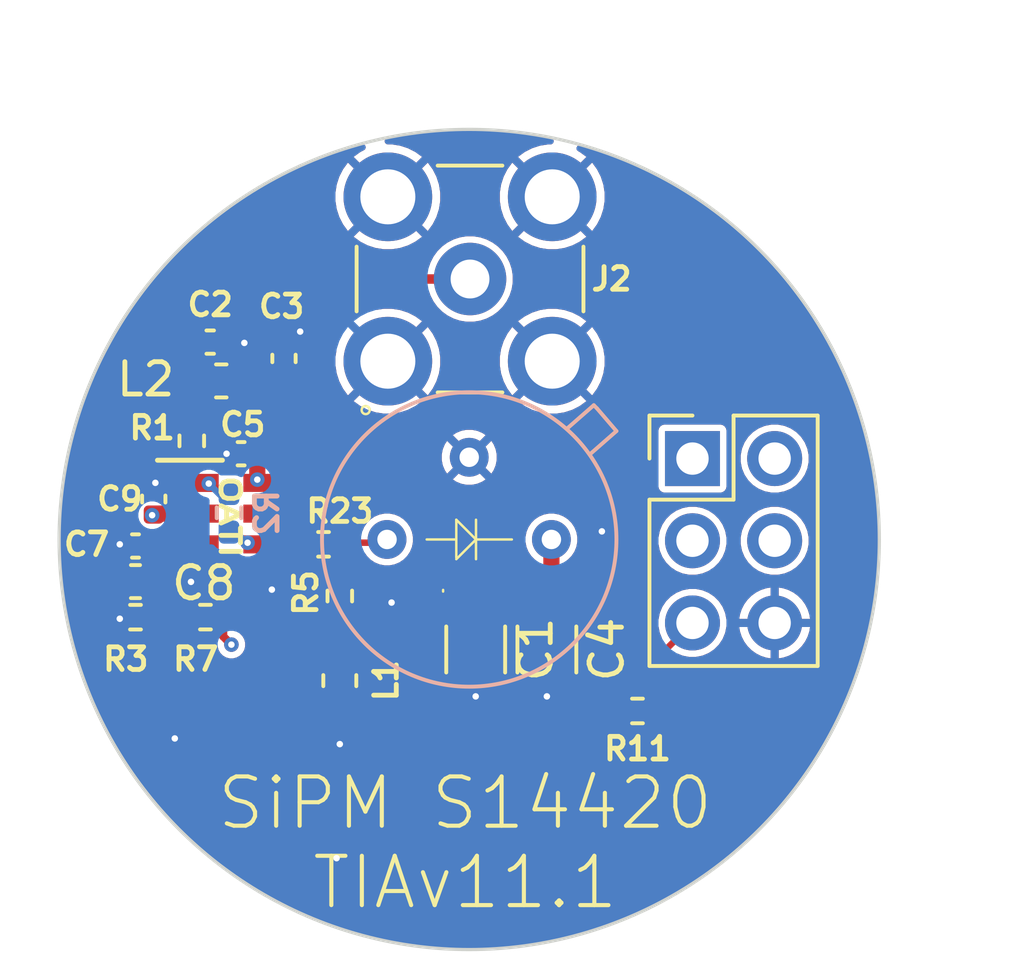
<source format=kicad_pcb>
(kicad_pcb (version 20241229) (generator "pcbnew") (generator_version "9.0")
  (layers (0 "F.Cu" signal) (4 "In1.Cu" signal "GND") (6 "In2.Cu" signal "PWR") (2 "B.Cu" signal) (13 "F.Paste" user) (15 "B.Paste" user) (5 "F.SilkS" user "F.Silkscreen") (7 "B.SilkS" user "B.Silkscreen") (1 "F.Mask" user) (3 "B.Mask" user) (25 "Edge.Cuts" user))
  (net 0 "")
  (net 1 "GND")
  (net 2 "/VBiasFilt")
  (net 3 "Net-(C2-Pad1)")
  (net 4 "VDDA")
  (net 5 "VSSA")
  (net 6 "/OUT")
  (net 7 "Net-(L1-Pad1)")
  (net 8 "Net-(J2-In)")
  (net 9 "+VDC")
  (net 10 "Net-(U1-+)")
  (net 11 "LINE")
  (net 12 "Net-(D1-A)")
  (net 13 "+5V")
  (net 14 "Net-(U1--)")
  (footprint "Capacitor_SMD:C_1206_3216Metric_Pad1.33x1.80mm_HandSolder" (layer "F.Cu") (at 200.2 103.4 -90)
    (property "Reference" "C1" (at 0 -1.85 270) (layer "F.SilkS"))
    (property "Value" "2.2u")
    (fp_line (start -0.711252 0.91) (end 0.711252 0.91) (stroke (width 0.12)) (layer "F.SilkS"))
    (fp_line (start -0.711252 -0.91) (end 0.711252 -0.91) (stroke (width 0.12)) (layer "F.SilkS"))
    (pad "1" smd roundrect (at -1.5625 0 270) (size 1.325 1.8) (layers "F.Cu" "F.Mask" "F.Paste") (roundrect_rratio 0.188679) (net 2 "/VBiasFilt"))
    (pad "2" smd roundrect (at 1.5625 0 270) (size 1.325 1.8) (layers "F.Cu" "F.Mask" "F.Paste") (roundrect_rratio 0.188679) (net 1 "GND"))
  )
  (footprint "Capacitor_SMD:C_0402_1005Metric" (layer "F.Cu") (at 189.6854 100.2018 180)
    (property "Reference" "C7" (at 1.5104 0.0518 0) (layer "F.SilkS") (effects (font (size 0.7 0.7))))
    (property "Value" "1u" (hide yes))
    (fp_line (start -0.107836 0.36) (end 0.107836 0.36) (stroke (width 0.12)) (layer "F.SilkS"))
    (fp_line (start -0.107836 -0.36) (end 0.107836 -0.36) (stroke (width 0.12)) (layer "F.SilkS"))
    (pad "1" smd roundrect (at -0.48 0 180) (size 0.56 0.62) (layers "F.Cu" "F.Mask" "F.Paste") (net 10 "Net-(U1-+)"))
    (pad "2" smd roundrect (at 0.48 0 180) (size 0.56 0.62) (layers "F.Cu" "F.Mask" "F.Paste") (net 1 "GND"))
  )
  (footprint "Capacitor_SMD:C_0402_1005Metric" (layer "F.Cu") (at 192.95 97.35 180)
    (property "Reference" "C5" (at -0.05 0.9 180) (layer "F.SilkS") (effects (font (size 0.7 0.7))))
    (property "Value" "1u" (hide yes))
    (fp_line (start -0.107836 0.36) (end 0.107836 0.36) (stroke (width 0.12)) (layer "F.SilkS"))
    (fp_line (start -0.107836 -0.36) (end 0.107836 -0.36) (stroke (width 0.12)) (layer "F.SilkS"))
    (pad "1" smd roundrect (at -0.48 0 180) (size 0.56 0.62) (layers "F.Cu" "F.Mask" "F.Paste") (net 4 "VDDA"))
    (pad "2" smd roundrect (at 0.48 0 180) (size 0.56 0.62) (layers "F.Cu" "F.Mask" "F.Paste") (net 1 "GND"))
  )
  (footprint "Capacitor_SMD:C_0603_1608Metric" (layer "F.Cu") (at 189.6854 101.3018 180)
    (property "Reference" "C8" (at -2.1146 -0.0482 180) (layer "F.SilkS"))
    (property "Value" "22u")
    (fp_line (start -0.14058 0.51) (end 0.14058 0.51) (stroke (width 0.12)) (layer "F.SilkS"))
    (fp_line (start -0.14058 -0.51) (end 0.14058 -0.51) (stroke (width 0.12)) (layer "F.SilkS"))
    (pad "1" smd roundrect (at -0.775 0 180) (size 0.9 0.95) (layers "F.Cu" "F.Mask" "F.Paste") (net 10 "Net-(U1-+)"))
    (pad "2" smd roundrect (at 0.775 0 180) (size 0.9 0.95) (layers "F.Cu" "F.Mask" "F.Paste") (net 1 "GND"))
  )
  (footprint "Resistor_SMD:R_0402_1005Metric_Pad0.72x0.64mm_HandSolder" (layer "F.Cu") (at 189.6854 102.4018)
    (property "Reference" "R3" (at -0.3 1.3 0) (layer "F.SilkS") (effects (font (size 0.7 0.7))))
    (property "Value" "68")
    (fp_line (start -0.167621 -0.38) (end 0.167621 -0.38) (stroke (width 0.12)) (layer "F.SilkS"))
    (fp_line (start -0.167621 0.38) (end 0.167621 0.38) (stroke (width 0.12)) (layer "F.SilkS"))
    (pad "1" smd roundrect (at -0.5975 0) (size 0.715 0.64) (layers "F.Cu" "F.Mask" "F.Paste") (net 1 "GND"))
    (pad "2" smd roundrect (at 0.5975 0) (size 0.715 0.64) (layers "F.Cu" "F.Mask" "F.Paste") (net 10 "Net-(U1-+)"))
  )
  (footprint "Resistor_SMD:R_0402_1005Metric_Pad0.72x0.64mm_HandSolder" (layer "F.Cu") (at 205.2 105.3 180)
    (property "Reference" "R11" (at 0 -1.17 180) (layer "F.SilkS") (effects (font (size 0.7 0.7))))
    (property "Value" "10")
    (fp_line (start -0.167621 0.38) (end 0.167621 0.38) (stroke (width 0.12)) (layer "F.SilkS"))
    (fp_line (start -0.167621 -0.38) (end 0.167621 -0.38) (stroke (width 0.12)) (layer "F.SilkS"))
    (pad "1" smd roundrect (at -0.5975 0 180) (size 0.715 0.64) (layers "F.Cu" "F.Mask" "F.Paste") (net 9 "+VDC"))
    (pad "2" smd roundrect (at 0.5975 0 180) (size 0.715 0.64) (layers "F.Cu" "F.Mask" "F.Paste") (net 2 "/VBiasFilt"))
  )
  (footprint "footprints:PinHeader_2x03_P2.54mm_Vertical" (layer "F.Cu") (at 206.9 97.5)
    (property "Reference" "J1" (hide yes))
    (property "Value" "SSQ-103-01-G-D" (hide yes))
    (fp_line (start -1.33 -1.33) (end 0 -1.33) (stroke (width 0.12)) (layer "F.SilkS"))
    (fp_line (start -1.33 0) (end -1.33 -1.33) (stroke (width 0.12)) (layer "F.SilkS"))
    (fp_line (start -1.33 1.27) (end -1.33 6.41) (stroke (width 0.12)) (layer "F.SilkS"))
    (fp_line (start -1.33 1.27) (end 1.27 1.27) (stroke (width 0.12)) (layer "F.SilkS"))
    (fp_line (start -1.33 6.41) (end 3.87 6.41) (stroke (width 0.12)) (layer "F.SilkS"))
    (fp_line (start 1.27 -1.33) (end 3.87 -1.33) (stroke (width 0.12)) (layer "F.SilkS"))
    (fp_line (start 1.27 1.27) (end 1.27 -1.33) (stroke (width 0.12)) (layer "F.SilkS"))
    (fp_line (start 3.87 -1.33) (end 3.87 6.41) (stroke (width 0.12)) (layer "F.SilkS"))
    (pad "1" thru_hole rect (at 0 0) (size 1.7 1.7) (drill 1) (layers "*.Cu" "*.Mask") (net 13 "+5V"))
    (pad "2" thru_hole oval (at 2.54 0) (size 1.7 1.7) (drill 1) (layers "*.Cu" "*.Mask") (net 5 "VSSA"))
    (pad "3" thru_hole oval (at 0 2.54) (size 1.7 1.7) (drill 1) (layers "*.Cu" "*.Mask") (net 4 "VDDA"))
    (pad "4" thru_hole oval (at 2.54 2.54) (size 1.7 1.7) (drill 1) (layers "*.Cu" "*.Mask") (net 11 "LINE"))
    (pad "5" thru_hole oval (at 0 5.08) (size 1.7 1.7) (drill 1) (layers "*.Cu" "*.Mask") (net 9 "+VDC"))
    (pad "6" thru_hole oval (at 2.54 5.08) (size 1.7 1.7) (drill 1) (layers "*.Cu" "*.Mask") (net 1 "GND"))
  )
  (footprint "Resistor_SMD:R_0402_1005Metric_Pad0.72x0.64mm_HandSolder" (layer "F.Cu") (at 195.4975 100.15 180)
    (property "Reference" "R23" (at -0.5025 1.025 180) (layer "F.SilkS") (effects (font (size 0.7 0.7))))
    (property "Value" "33")
    (fp_line (start -0.167621 0.38) (end 0.167621 0.38) (stroke (width 0.12)) (layer "F.SilkS"))
    (fp_line (start -0.167621 -0.38) (end 0.167621 -0.38) (stroke (width 0.12)) (layer "F.SilkS"))
    (pad "1" smd roundrect (at -0.5975 0 180) (size 0.715 0.64) (layers "F.Cu" "F.Mask" "F.Paste") (net 12 "Net-(D1-A)"))
    (pad "2" smd roundrect (at 0.5975 0 180) (size 0.715 0.64) (layers "F.Cu" "F.Mask" "F.Paste") (net 14 "Net-(U1--)"))
  )
  (footprint "Inductor_SMD:L_0603_1608Metric_Pad1.05x0.95mm_HandSolder" (layer "F.Cu") (at 196 104.3625 -90)
    (property "Reference" "L1" (at 0 -1.43 270) (layer "F.SilkS") (effects (font (size 0.7 0.7))))
    (property "Value" "0.10uH")
    (fp_line (start -0.171267 0.51) (end 0.171267 0.51) (stroke (width 0.12)) (layer "F.SilkS"))
    (fp_line (start -0.171267 -0.51) (end 0.171267 -0.51) (stroke (width 0.12)) (layer "F.SilkS"))
    (pad "1" smd roundrect (at -0.875 0 270) (size 1.05 0.95) (layers "F.Cu" "F.Mask" "F.Paste") (net 7 "Net-(L1-Pad1)"))
    (pad "2" smd roundrect (at 0.875 0 270) (size 1.05 0.95) (layers "F.Cu" "F.Mask" "F.Paste") (net 1 "GND"))
  )
  (footprint "Resistor_SMD:R_0402_1005Metric_Pad0.72x0.64mm_HandSolder" (layer "F.Cu") (at 191.425 96.9525 90)
    (property "Reference" "R1" (at 0.4025 -1.225 0) (layer "F.SilkS") (effects (font (size 0.7 0.7))))
    (property "Value" "50")
    (fp_line (start -0.167621 -0.38) (end 0.167621 -0.38) (stroke (width 0.12)) (layer "F.SilkS"))
    (fp_line (start -0.167621 0.38) (end 0.167621 0.38) (stroke (width 0.12)) (layer "F.SilkS"))
    (pad "1" smd roundrect (at -0.5975 0 90) (size 0.715 0.64) (layers "F.Cu" "F.Mask" "F.Paste") (net 6 "/OUT"))
    (pad "2" smd roundrect (at 0.5975 0 90) (size 0.715 0.64) (layers "F.Cu" "F.Mask" "F.Paste") (net 3 "Net-(C2-Pad1)"))
  )
  (footprint "Capacitor_SMD:C_0402_1005Metric" (layer "F.Cu") (at 190.25 98.75 90)
    (property "Reference" "C9" (at 0 -1.05 0) (layer "F.SilkS") (effects (font (size 0.7 0.7))))
    (property "Value" "1u" (hide yes))
    (fp_line (start -0.107836 -0.36) (end 0.107836 -0.36) (stroke (width 0.12)) (layer "F.SilkS"))
    (fp_line (start -0.107836 0.36) (end 0.107836 0.36) (stroke (width 0.12)) (layer "F.SilkS"))
    (pad "1" smd roundrect (at -0.48 0 90) (size 0.56 0.62) (layers "F.Cu" "F.Mask" "F.Paste") (net 5 "VSSA"))
    (pad "2" smd roundrect (at 0.48 0 90) (size 0.56 0.62) (layers "F.Cu" "F.Mask" "F.Paste") (net 1 "GND"))
  )
  (footprint "Resistor_SMD:R_0402_1005Metric_Pad0.72x0.64mm_HandSolder" (layer "F.Cu") (at 196 101.7475 90)
    (property "Reference" "R5" (at 0.0975 -1.05 90) (layer "F.SilkS") (effects (font (size 0.7 0.7))))
    (property "Value" "3.3")
    (fp_line (start -0.167621 -0.38) (end 0.167621 -0.38) (stroke (width 0.12)) (layer "F.SilkS"))
    (fp_line (start -0.167621 0.38) (end 0.167621 0.38) (stroke (width 0.12)) (layer "F.SilkS"))
    (pad "1" smd roundrect (at -0.5975 0 90) (size 0.715 0.64) (layers "F.Cu" "F.Mask" "F.Paste") (net 7 "Net-(L1-Pad1)"))
    (pad "2" smd roundrect (at 0.5975 0 90) (size 0.715 0.64) (layers "F.Cu" "F.Mask" "F.Paste") (net 12 "Net-(D1-A)"))
  )
  (footprint "footprints:OPA847IDBVT" (layer "F.Cu") (at 192.6384 99.2018)
    (property "Reference" "U1" (hide yes))
    (property "Value" "OPA847IDBVT" (hide yes))
    (fp_line (start -0.2667 -1.651) (end -2.2733 -1.651) (stroke (width 0.1524)) (layer "F.SilkS"))
    (fp_text user "OATI" (at -0.0384 0.1 270) (layer "F.SilkS") (effects (font (size 0.6 0.8))))
    (pad "1" smd rect (at -1.1176 -0.950001) (size 1.4732 0.5588) (layers "F.Cu" "F.Mask" "F.Paste") (net 6 "/OUT"))
    (pad "2" smd rect (at -1.1176 0) (size 1.4732 0.5588) (layers "F.Cu" "F.Mask" "F.Paste") (net 5 "VSSA"))
    (pad "3" smd rect (at -1.1176 0.950001) (size 1.4732 0.5588) (layers "F.Cu" "F.Mask" "F.Paste") (net 10 "Net-(U1-+)"))
    (pad "4" smd rect (at 1.1176 0.950001) (size 1.4732 0.5588) (layers "F.Cu" "F.Mask" "F.Paste") (net 14 "Net-(U1--)"))
    (pad "5" smd rect (at 1.1176 0) (size 1.4732 0.5588) (layers "F.Cu" "F.Mask" "F.Paste"))
    (pad "6" smd rect (at 1.1176 -0.950001) (size 1.4732 0.5588) (layers "F.Cu" "F.Mask" "F.Paste") (net 4 "VDDA"))
  )
  (footprint "Connector_Coaxial:SMB_Jack_Vertical" (layer "F.Cu") (at 200.025 91.95)
    (property "Reference" "J2" (at 4.375 0 0) (layer "F.SilkS") (effects (font (size 0.7 0.7))))
    (property "Value" "Conn_Coaxial" (hide yes))
    (fp_line (start -3.5052 1) (end -3.5052 -1) (stroke (width 0.12)) (layer "F.SilkS"))
    (fp_line (start -1 -3.5052) (end 1 -3.5052) (stroke (width 0.12)) (layer "F.SilkS"))
    (fp_line (start 1 3.5052) (end -1 3.5052) (stroke (width 0.12)) (layer "F.SilkS"))
    (fp_line (start 3.5052 -1) (end 3.5052 1) (stroke (width 0.12)) (layer "F.SilkS"))
    (pad "1" thru_hole circle (at 0 0) (size 2.24 2.24) (drill 1.2) (layers "*.Cu" "*.Mask") (net 8 "Net-(J2-In)"))
    (pad "2" thru_hole circle (at -2.54 -2.54) (size 2.74 2.74) (drill 1.7) (layers "*.Cu" "*.Mask") (net 1 "GND"))
    (pad "2" thru_hole circle (at -2.54 2.54) (size 2.74 2.74) (drill 1.7) (layers "*.Cu" "*.Mask") (net 1 "GND"))
    (pad "2" thru_hole circle (at 2.54 -2.54) (size 2.74 2.74) (drill 1.7) (layers "*.Cu" "*.Mask") (net 1 "GND"))
    (pad "2" thru_hole circle (at 2.54 2.54) (size 2.74 2.74) (drill 1.7) (layers "*.Cu" "*.Mask") (net 1 "GND"))
  )
  (footprint "Resistor_SMD:R_0402_1005Metric_Pad0.72x0.64mm_HandSolder" (layer "F.Cu") (at 191.8475 102.4)
    (property "Reference" "R7" (at -0.3 1.3 0) (layer "F.SilkS") (effects (font (size 0.7 0.7))))
    (property "Value" "5k")
    (fp_line (start -0.167621 -0.38) (end 0.167621 -0.38) (stroke (width 0.12)) (layer "F.SilkS"))
    (fp_line (start -0.167621 0.38) (end 0.167621 0.38) (stroke (width 0.12)) (layer "F.SilkS"))
    (pad "1" smd roundrect (at -0.5975 0) (size 0.715 0.64) (layers "F.Cu" "F.Mask" "F.Paste") (net 10 "Net-(U1-+)"))
    (pad "2" smd roundrect (at 0.5975 0) (size 0.715 0.64) (layers "F.Cu" "F.Mask" "F.Paste") (net 11 "LINE"))
  )
  (footprint "Capacitor_SMD:C_0402_1005Metric_Pad0.74x0.62mm_HandSolder" (layer "F.Cu") (at 194.275 94.405 90)
    (property "Reference" "C3" (at 1.605 -0.075 180) (layer "F.SilkS") (effects (font (size 0.7 0.7))))
    (property "Value" "330pF")
    (fp_line (start -0.115835 -0.36) (end 0.115835 -0.36) (stroke (width 0.12)) (layer "F.SilkS"))
    (fp_line (start -0.115835 0.36) (end 0.115835 0.36) (stroke (width 0.12)) (layer "F.SilkS"))
    (pad "1" smd roundrect (at -0.5675 0 90) (size 0.735 0.62) (layers "F.Cu" "F.Mask" "F.Paste") (net 8 "Net-(J2-In)"))
    (pad "2" smd roundrect (at 0.5675 0 90) (size 0.735 0.62) (layers "F.Cu" "F.Mask" "F.Paste") (net 1 "GND"))
  )
  (footprint "Capacitor_SMD:C_0402_1005Metric_Pad0.74x0.62mm_HandSolder" (layer "F.Cu") (at 191.995 93.9)
    (property "Reference" "C2" (at 0 -1.16 0) (layer "F.SilkS") (effects (font (size 0.7 0.7))))
    (property "Value" "330pF")
    (fp_line (start -0.115835 -0.36) (end 0.115835 -0.36) (stroke (width 0.12)) (layer "F.SilkS"))
    (fp_line (start -0.115835 0.36) (end 0.115835 0.36) (stroke (width 0.12)) (layer "F.SilkS"))
    (pad "1" smd roundrect (at -0.5675 0) (size 0.735 0.62) (layers "F.Cu" "F.Mask" "F.Paste") (net 3 "Net-(C2-Pad1)"))
    (pad "2" smd roundrect (at 0.5675 0) (size 0.735 0.62) (layers "F.Cu" "F.Mask" "F.Paste") (net 1 "GND"))
  )
  (footprint "Inductor_SMD:L_0603_1608Metric" (layer "F.Cu") (at 192.3375 95.1)
    (property "Reference" "L2" (at -2.3375 -0.05 0) (layer "F.SilkS"))
    (property "Value" "1500nH")
    (fp_line (start -0.162779 -0.51) (end 0.162779 -0.51) (stroke (width 0.12)) (layer "F.SilkS"))
    (fp_line (start -0.162779 0.51) (end 0.162779 0.51) (stroke (width 0.12)) (layer "F.SilkS"))
    (pad "1" smd roundrect (at -0.7875 0) (size 0.875 0.95) (layers "F.Cu" "F.Mask" "F.Paste") (net 3 "Net-(C2-Pad1)"))
    (pad "2" smd roundrect (at 0.7875 0) (size 0.875 0.95) (layers "F.Cu" "F.Mask" "F.Paste") (net 8 "Net-(J2-In)"))
  )
  (footprint "Capacitor_SMD:C_1206_3216Metric_Pad1.33x1.80mm_HandSolder" (layer "F.Cu") (at 202.4 103.4 -90)
    (property "Reference" "C4" (at 0 -1.85 270) (layer "F.SilkS"))
    (property "Value" "2.2u")
    (fp_line (start -0.711252 0.91) (end 0.711252 0.91) (stroke (width 0.12)) (layer "F.SilkS"))
    (fp_line (start -0.711252 -0.91) (end 0.711252 -0.91) (stroke (width 0.12)) (layer "F.SilkS"))
    (pad "1" smd roundrect (at -1.5625 0 270) (size 1.325 1.8) (layers "F.Cu" "F.Mask" "F.Paste") (roundrect_rratio 0.188679) (net 2 "/VBiasFilt"))
    (pad "2" smd roundrect (at 1.5625 0 270) (size 1.325 1.8) (layers "F.Cu" "F.Mask" "F.Paste") (roundrect_rratio 0.188679) (net 1 "GND"))
  )
  (footprint "footprints:S14420" (layer "B.Cu") (at 200 100)
    (property "Reference" "D1" (hide yes))
    (property "Value" "SIPM" (hide yes))
    (fp_line (start 3.75 -2.65) (end 4.55 -3.35) (stroke (width 0.12)) (layer "B.SilkS"))
    (fp_line (start 3.85 -4.15) (end 3.05 -3.45) (stroke (width 0.12)) (layer "B.SilkS"))
    (fp_line (start 3.95 -4.05) (end 3.85 -4.15) (stroke (width 0.12)) (layer "B.SilkS"))
    (fp_line (start 4.55 -3.35) (end 3.95 -4.05) (stroke (width 0.12)) (layer "B.SilkS"))
    (fp_circle (center 0 0) (end 4.55 0) (stroke (width 0.12)) (fill no) (layer "B.SilkS"))
    (pad "1" thru_hole circle (at 2.54 0) (size 1.2 1.2) (drill 0.6) (layers "*.Cu" "*.Mask") (net 2 "/VBiasFilt"))
    (pad "2" thru_hole circle (at -2.54 0) (size 1.2 1.2) (drill 0.6) (layers "*.Cu" "*.Mask") (net 12 "Net-(D1-A)"))
    (pad "3" thru_hole circle (at 0 -2.54) (size 1.2 1.2) (drill 0.6) (layers "*.Cu" "*.Mask") (net 1 "GND"))
  )
  (footprint "Resistor_SMD:R_0402_1005Metric_Pad0.72x0.64mm_HandSolder" (layer "B.Cu") (at 192.575 99.175 90)
    (property "Reference" "R2" (at 0 1.17 270) (layer "B.SilkS") (effects (font (size 0.7 0.7)) (justify mirror)))
    (property "Value" "1.5k")
    (fp_line (start -0.167621 -0.38) (end 0.167621 -0.38) (stroke (width 0.12)) (layer "B.SilkS"))
    (fp_line (start -0.167621 0.38) (end 0.167621 0.38) (stroke (width 0.12)) (layer "B.SilkS"))
    (pad "1" smd roundrect (at -0.5975 0 90) (size 0.715 0.64) (layers "B.Cu" "B.Mask" "B.Paste") (net 14 "Net-(U1--)"))
    (pad "2" smd roundrect (at 0.5975 0 90) (size 0.715 0.64) (layers "B.Cu" "B.Mask" "B.Paste") (net 6 "/OUT"))
  )
  (gr_circle (center 196.8 96) (end 196.9 96.075) (stroke (width 0.0762)) (fill no) (layer "F.SilkS"))
  (gr_line (start 200.2096 100.6096) (end 200.2096 99.3904) (stroke (width 0.0762)) (layer "F.SilkS"))
  (gr_line (start 200.2096 100) (end 201.3178 100) (stroke (width 0.0762)) (layer "F.SilkS"))
  (gr_line (start 199.6 100.5588) (end 199.6 99.3904) (stroke (width 0.0762)) (layer "F.SilkS"))
  (gr_line (start 199.6 99.3904) (end 200.2096 100) (stroke (width 0.0762)) (layer "F.SilkS"))
  (gr_line (start 200.2096 100) (end 199.6 100.6096) (stroke (width 0.0762)) (layer "F.SilkS"))
  (gr_line (start 199.6 100) (end 198.6856 100) (stroke (width 0.0762)) (layer "F.SilkS"))
  (gr_line (start 199.1928 101.6096) (end 199.1928 101.5588) (stroke (width 0.0762)) (layer "F.SilkS"))
  (gr_circle (center 200 100) (end 212.6746 100) (stroke (width 0.1)) (fill no) (layer "Edge.Cuts"))
  (gr_text "SiPM S14420\nTIAv11.1\n" (at 199.875 109.375 0) (layer "F.SilkS") (effects (font (size 1.524 1.524) (thickness 0.127))))
  (segment (start 189.2004 101.3018) (end 189.2004 102.4018) (width 0.2) (layer "F.Cu") (net 1))
  (segment (start 189.2004 100.2018) (end 189.2004 101.3018) (width 0.2) (layer "F.Cu") (net 1))
  (segment (start 192.5 93.925) (end 192.475 93.9) (width 0.25) (layer "F.Cu") (net 1))
  (segment (start 194.275 93.8) (end 194.175 93.9) (width 0.25) (layer "F.Cu") (net 1))
  (segment (start 193.05 93.925) (end 192.5 93.925) (width 0.25) (layer "F.Cu") (net 1))
  (segment (start 196 105.04) (end 196 106.325) (width 0.2) (layer "F.Cu") (net 1))
  (segment (start 194.775 93.575) (end 194.55 93.8) (width 0.25) (layer "F.Cu") (net 1))
  (segment (start 194.55 93.8) (end 194.275 93.8) (width 0.25) (layer "F.Cu") (net 1))
  (via (at 189.2 100.15) (size 0.45) (drill 0.2) (layers "F.Cu" "B.Cu") (net 1))
  (via (at 200.2 104.85) (size 0.45) (drill 0.2) (layers "F.Cu" "B.Cu") (net 1))
  (via (at 202.4 104.85) (size 0.45) (drill 0.2) (layers "F.Cu" "B.Cu") (net 1))
  (via (at 194.775 93.575) (size 0.45) (drill 0.2) (layers "F.Cu" "B.Cu") (net 1))
  (via (at 191.4006 101.31) (size 0.45) (drill 0.2) (layers "F.Cu" "B.Cu") (net 1))
  (via (at 193.9 101.55) (size 0.45) (drill 0.2) (layers "F.Cu" "B.Cu") (net 1))
  (via (at 204.1 99.75) (size 0.45) (drill 0.2) (layers "F.Cu" "B.Cu") (net 1))
  (via (at 193.05 93.925) (size 0.45) (drill 0.2) (layers "F.Cu" "B.Cu") (net 1))
  (via (at 196 106.325) (size 0.45) (drill 0.2) (layers "F.Cu" "B.Cu") (net 1))
  (via (at 195.9 109.85) (size 0.45) (drill 0.2) (layers "F.Cu" "B.Cu") (net 1))
  (via (at 189.2 102.45) (size 0.45) (drill 0.2) (layers "F.Cu" "B.Cu") (net 1))
  (via (at 197.6 101.95) (size 0.45) (drill 0.2) (layers "F.Cu" "B.Cu") (net 1))
  (via (at 190.9 106.15) (size 0.45) (drill 0.2) (layers "F.Cu" "B.Cu") (net 1))
  (via (at 190.3 98.25) (size 0.45) (drill 0.2) (layers "F.Cu" "B.Cu") (net 1))
  (via (at 192.5 97.35) (size 0.45) (drill 0.2) (layers "F.Cu" "B.Cu") (net 1))
  (segment (start 202.54 101.985) (end 202.54 100) (width 0.5) (layer "F.Cu") (net 2))
  (segment (start 204.715 105.3) (end 204.715 103.9525) (width 0.2) (layer "F.Cu") (net 2))
  (segment (start 202.85 102.0875) (end 204.715 103.9525) (width 0.2) (layer "F.Cu") (net 2))
  (segment (start 200.6 102) (end 202.7 102) (width 0.5) (layer "F.Cu") (net 2))
  (segment (start 191.425 96.355) (end 191.425 95.225) (width 0.25) (layer "F.Cu") (net 3))
  (segment (start 191.55 93.935) (end 191.515 93.9) (width 0.25) (layer "F.Cu") (net 3))
  (segment (start 191.425 95.225) (end 191.55 95.1) (width 0.25) (layer "F.Cu") (net 3))
  (segment (start 191.55 95.1) (end 191.55 93.935) (width 0.25) (layer "F.Cu") (net 3))
  (segment (start 193.45 98.067599) (end 193.45 97.365) (width 0.5) (layer "F.Cu") (net 4))
  (via (at 193.45 98.15) (size 0.45) (drill 0.2) (layers "F.Cu" "B.Cu") (net 4))
  (segment (start 191.5208 99.2018) (end 190.2832 99.2018) (width 0.5) (layer "F.Cu") (net 5))
  (via (at 190.2 99.25) (size 0.45) (drill 0.2) (layers "F.Cu" "B.Cu") (net 5))
  (segment (start 191.4 98.251799) (end 191.4 97.3558) (width 0.25) (layer "F.Cu") (net 6))
  (via (at 191.95 98.272201) (size 0.45) (drill 0.2) (layers "F.Cu" "B.Cu") (net 6))
  (segment (start 192.342799 98.665) (end 191.95 98.272201) (width 0.2) (layer "B.Cu") (net 6))
  (segment (start 196 103.7775) (end 196 102.15) (width 0.2) (layer "F.Cu") (net 7))
  (segment (start 197.368277 91.95) (end 200.025 91.95) (width 0.29337) (layer "F.Cu") (net 8))
  (segment (start 193.31 95.125) (end 194.145 95.125) (width 0.29337) (layer "F.Cu") (net 8))
  (segment (start 194.188277 95.13) (end 197.368277 91.95) (width 0.29337) (layer "F.Cu") (net 8))
  (segment (start 205.685 105.3) (end 205.685 103.795) (width 0.2) (layer "F.Cu") (net 9))
  (segment (start 205.685 103.795) (end 206.9 102.58) (width 0.2) (layer "F.Cu") (net 9))
  (segment (start 190.1704 101.3018) (end 190.1704 102.4018) (width 0.2) (layer "F.Cu") (net 10))
  (segment (start 192.1178 100.151801) (end 190.220399 100.151801) (width 0.2) (layer "F.Cu") (net 10))
  (segment (start 190.1704 100.2018) (end 190.1704 101.3018) (width 0.2) (layer "F.Cu") (net 10))
  (segment (start 191.215 102.453) (end 190.2216 102.453) (width 0.2) (layer "F.Cu") (net 10))
  (segment (start 192.3975 102.45) (end 192.3975 102.9975) (width 0.25) (layer "F.Cu") (net 11))
  (segment (start 192.3975 102.9975) (end 192.65 103.25) (width 0.25) (layer "F.Cu") (net 11))
  (via (at 192.65 103.25) (size 0.45) (drill 0.2) (layers "F.Cu" "B.Cu") (net 11))
  (segment (start 196 101.115) (end 196 100.2096) (width 0.2) (layer "F.Cu") (net 12))
  (segment (start 195.9904 100.1) (end 197.36 100.1) (width 0.2) (layer "F.Cu") (net 12))
  (segment (start 195.0081 100.15) (end 193.791899 100.15) (width 0.2) (layer "F.Cu") (net 14))
  (via (at 193.15 100.101001) (size 0.45) (drill 0.2) (layers "F.Cu" "B.Cu") (net 14))
  (segment (start 193.15 100.101001) (end 193.116001 100.101001) (width 0.2) (layer "B.Cu") (net 14))
  (segment (start 193.116001 100.101001) (end 192.65 99.635) (width 0.2) (layer "B.Cu") (net 14))
  (zone (net 1) (net_name "GND") (layers "F.Cu" "B.Cu" "In1.Cu") (connect_pads (clearance 0.2)) (min_thickness 0.2) (fill yes (thermal_gap 0.25) (thermal_bridge_width 0.25))
    (polygon (pts (xy 217.1521 85.805) (xy 216.9021 113.58) (xy 185.4979 113.57) (xy 185.7479 85.795)))
  )
  (zone (net 0) (net_name "") (layers "F.Cu" "In1.Cu") (connect_pads (clearance 0)) (min_thickness 0.2)
    (keepout (tracks allowed) (vias allowed) (pads allowed) (copperpour not_allowed) (footprints allowed))
    (fill (thermal_gap 0.25) (thermal_bridge_width 0.25))
    (polygon (pts (xy 191 97.85) (xy 191 97.2) (xy 191.825 97.2) (xy 191.825 97.95) (xy 192.3 97.95) (xy 192.3 98.525) (xy 190.7 98.525) (xy 190.7 97.85)))
  )
  (zone (net 0) (net_name "") (layers "F.Cu" "In1.Cu" "In2.Cu") (connect_pads (clearance 0)) (min_thickness 0.2)
    (keepout (tracks allowed) (vias allowed) (pads allowed) (copperpour not_allowed) (footprints allowed))
    (fill (thermal_gap 0.25) (thermal_bridge_width 0.25))
    (polygon (pts (xy 196.94 106.1) (xy 195.04 106.1) (xy 195.04 102.8) (xy 196.94 102.8)))
  )
  (zone (net 0) (net_name "") (layers "F.Cu" "In1.Cu" "In2.Cu") (connect_pads (clearance 0)) (min_thickness 0.2)
    (keepout (tracks allowed) (vias allowed) (pads allowed) (copperpour not_allowed) (footprints allowed))
    (fill (thermal_gap 0.25) (thermal_bridge_width 0.25))
    (polygon (pts (xy 195.5 98.55) (xy 195.5 100.55) (xy 191.9 100.55) (xy 191.9 99.092857) (xy 192.7 98.55) (xy 194.5 98.55)))
  )
  (zone (net 0) (net_name "") (layers "B.Cu" "In2.Cu") (connect_pads (clearance 0)) (min_thickness 0.2)
    (keepout (tracks allowed) (vias allowed) (pads allowed) (copperpour not_allowed) (footprints allowed))
    (fill (thermal_gap 0.25) (thermal_bridge_width 0.25))
    (polygon (pts (xy 193.3 98.25) (xy 193.3 100.15) (xy 191.975 100.15) (xy 191.975 98.25)))
  )
)
</source>
